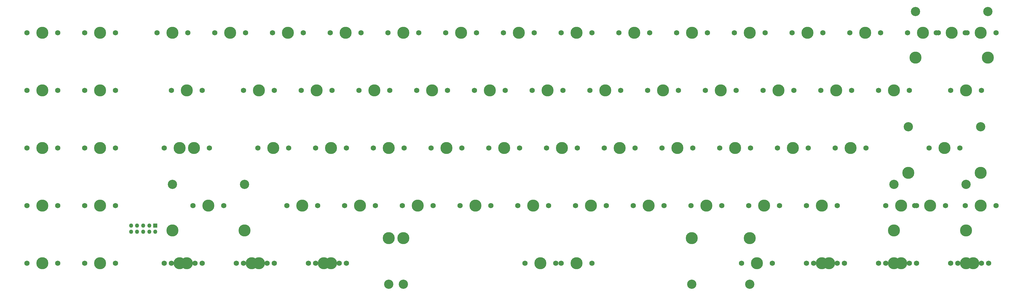
<source format=gbr>
%TF.GenerationSoftware,KiCad,Pcbnew,(6.0.7)*%
%TF.CreationDate,2022-08-26T18:50:00-04:00*%
%TF.ProjectId,thocc-master,74686f63-632d-46d6-9173-7465722e6b69,rev?*%
%TF.SameCoordinates,Original*%
%TF.FileFunction,Soldermask,Top*%
%TF.FilePolarity,Negative*%
%FSLAX46Y46*%
G04 Gerber Fmt 4.6, Leading zero omitted, Abs format (unit mm)*
G04 Created by KiCad (PCBNEW (6.0.7)) date 2022-08-26 18:50:00*
%MOMM*%
%LPD*%
G01*
G04 APERTURE LIST*
%ADD10C,3.987800*%
%ADD11C,3.048000*%
%ADD12C,1.750000*%
%ADD13R,1.350000X1.350000*%
%ADD14O,1.350000X1.350000*%
G04 APERTURE END LIST*
D10*
%TO.C,MX53*%
X259980750Y-147582000D03*
X236168250Y-147582000D03*
D11*
X259980750Y-132342000D03*
X236168250Y-132342000D03*
D12*
X253154500Y-139327000D03*
X242994500Y-139327000D03*
D10*
X248074500Y-139327000D03*
%TD*%
%TO.C,MX76*%
X426668250Y-150122000D03*
X312368250Y-150122000D03*
D11*
X426668250Y-165362000D03*
X312368250Y-165362000D03*
D12*
X374598250Y-158377000D03*
X364438250Y-158377000D03*
D10*
X369518250Y-158377000D03*
%TD*%
%TO.C,MX75*%
X407611900Y-150122000D03*
X307612100Y-150122000D03*
D11*
X407611900Y-165362000D03*
X307612100Y-165362000D03*
D12*
X362692000Y-158377000D03*
X352532000Y-158377000D03*
D10*
X357612000Y-158377000D03*
%TD*%
%TO.C,MX50*%
X502868250Y-128532000D03*
X479055750Y-128532000D03*
D11*
X502868250Y-113292000D03*
X479055750Y-113292000D03*
D12*
X496042000Y-120277000D03*
X485882000Y-120277000D03*
D10*
X490962000Y-120277000D03*
%TD*%
%TO.C,MX17*%
X505249500Y-90432000D03*
X481437000Y-90432000D03*
D11*
X505249500Y-75192000D03*
X481437000Y-75192000D03*
D12*
X498423250Y-82177000D03*
X488263250Y-82177000D03*
D10*
X493343250Y-82177000D03*
%TD*%
%TO.C,MX65*%
X498105750Y-147582000D03*
X474293250Y-147582000D03*
D11*
X498105750Y-132342000D03*
X474293250Y-132342000D03*
D12*
X491279500Y-139327000D03*
X481119500Y-139327000D03*
D10*
X486199500Y-139327000D03*
%TD*%
D12*
%TO.C,MX30*%
X422223250Y-101227000D03*
X412063250Y-101227000D03*
D10*
X417143250Y-101227000D03*
%TD*%
D12*
%TO.C,MX42*%
X321575750Y-120277000D03*
D10*
X326655750Y-120277000D03*
D12*
X331735750Y-120277000D03*
%TD*%
%TO.C,MX44*%
X359675750Y-120277000D03*
D10*
X364755750Y-120277000D03*
D12*
X369835750Y-120277000D03*
%TD*%
D10*
%TO.C,MX78*%
X450480750Y-158377000D03*
D12*
X445400750Y-158377000D03*
X455560750Y-158377000D03*
%TD*%
%TO.C,MX70*%
X246010750Y-158377000D03*
D10*
X240930750Y-158377000D03*
D12*
X235850750Y-158377000D03*
%TD*%
%TO.C,MX41*%
X312685750Y-120277000D03*
D10*
X307605750Y-120277000D03*
D12*
X302525750Y-120277000D03*
%TD*%
%TO.C,MX34*%
X503185750Y-101227000D03*
D10*
X498105750Y-101227000D03*
D12*
X493025750Y-101227000D03*
%TD*%
%TO.C,MX11*%
X393648250Y-82177000D03*
D10*
X388568250Y-82177000D03*
D12*
X383488250Y-82177000D03*
%TD*%
%TO.C,MX72*%
X259663250Y-158377000D03*
X269823250Y-158377000D03*
D10*
X264743250Y-158377000D03*
%TD*%
D12*
%TO.C,MX43*%
X350785750Y-120277000D03*
X340625750Y-120277000D03*
D10*
X345705750Y-120277000D03*
%TD*%
%TO.C,MX71*%
X262362000Y-158377000D03*
D12*
X257282000Y-158377000D03*
X267442000Y-158377000D03*
%TD*%
%TO.C,MX52*%
X217435750Y-139327000D03*
X207275750Y-139327000D03*
D10*
X212355750Y-139327000D03*
%TD*%
D12*
%TO.C,MX57*%
X331100750Y-139327000D03*
X341260750Y-139327000D03*
D10*
X336180750Y-139327000D03*
%TD*%
%TO.C,MX18*%
X502868250Y-82177000D03*
D12*
X507948250Y-82177000D03*
X497788250Y-82177000D03*
%TD*%
%TO.C,MX40*%
X293635750Y-120277000D03*
X283475750Y-120277000D03*
D10*
X288555750Y-120277000D03*
%TD*%
D12*
%TO.C,MX15*%
X469848250Y-82177000D03*
X459688250Y-82177000D03*
D10*
X464768250Y-82177000D03*
%TD*%
D12*
%TO.C,MX26*%
X346023250Y-101227000D03*
X335863250Y-101227000D03*
D10*
X340943250Y-101227000D03*
%TD*%
%TO.C,MX39*%
X269505750Y-120277000D03*
D12*
X274585750Y-120277000D03*
X264425750Y-120277000D03*
%TD*%
%TO.C,MX7*%
X317448250Y-82177000D03*
X307288250Y-82177000D03*
D10*
X312368250Y-82177000D03*
%TD*%
D12*
%TO.C,MX54*%
X284110750Y-139327000D03*
D10*
X279030750Y-139327000D03*
D12*
X273950750Y-139327000D03*
%TD*%
D10*
%TO.C,MX3*%
X236168250Y-82177000D03*
D12*
X231088250Y-82177000D03*
X241248250Y-82177000D03*
%TD*%
%TO.C,MX20*%
X207275750Y-101227000D03*
X217435750Y-101227000D03*
D10*
X212355750Y-101227000D03*
%TD*%
%TO.C,MX51*%
X193305750Y-139327000D03*
D12*
X198385750Y-139327000D03*
X188225750Y-139327000D03*
%TD*%
%TO.C,MX63*%
X445400750Y-139327000D03*
D10*
X450480750Y-139327000D03*
D12*
X455560750Y-139327000D03*
%TD*%
%TO.C,MX61*%
X407300750Y-139327000D03*
X417460750Y-139327000D03*
D10*
X412380750Y-139327000D03*
%TD*%
D12*
%TO.C,MX82*%
X493025750Y-158377000D03*
X503185750Y-158377000D03*
D10*
X498105750Y-158377000D03*
%TD*%
D12*
%TO.C,MX14*%
X450798250Y-82177000D03*
X440638250Y-82177000D03*
D10*
X445718250Y-82177000D03*
%TD*%
D12*
%TO.C,MX49*%
X465085750Y-120277000D03*
D10*
X460005750Y-120277000D03*
D12*
X454925750Y-120277000D03*
%TD*%
D10*
%TO.C,MX2*%
X212355750Y-82177000D03*
D12*
X217435750Y-82177000D03*
X207275750Y-82177000D03*
%TD*%
D10*
%TO.C,MX36*%
X212355750Y-120277000D03*
D12*
X207275750Y-120277000D03*
X217435750Y-120277000D03*
%TD*%
%TO.C,MX64*%
X481754500Y-139327000D03*
X471594500Y-139327000D03*
D10*
X476674500Y-139327000D03*
%TD*%
%TO.C,MX47*%
X421905750Y-120277000D03*
D12*
X416825750Y-120277000D03*
X426985750Y-120277000D03*
%TD*%
%TO.C,MX56*%
X322210750Y-139327000D03*
D10*
X317130750Y-139327000D03*
D12*
X312050750Y-139327000D03*
%TD*%
%TO.C,MX83*%
X495407000Y-158377000D03*
D10*
X500487000Y-158377000D03*
D12*
X505567000Y-158377000D03*
%TD*%
%TO.C,MX8*%
X336498250Y-82177000D03*
X326338250Y-82177000D03*
D10*
X331418250Y-82177000D03*
%TD*%
%TO.C,MX13*%
X426668250Y-82177000D03*
D12*
X431748250Y-82177000D03*
X421588250Y-82177000D03*
%TD*%
%TO.C,MX80*%
X469213250Y-158377000D03*
X479373250Y-158377000D03*
D10*
X474293250Y-158377000D03*
%TD*%
%TO.C,MX1*%
X193305750Y-82177000D03*
D12*
X188225750Y-82177000D03*
X198385750Y-82177000D03*
%TD*%
%TO.C,MX62*%
X426350750Y-139327000D03*
D10*
X431430750Y-139327000D03*
D12*
X436510750Y-139327000D03*
%TD*%
D10*
%TO.C,MX33*%
X474293250Y-101227000D03*
D12*
X469213250Y-101227000D03*
X479373250Y-101227000D03*
%TD*%
%TO.C,MX58*%
X360310750Y-139327000D03*
D10*
X355230750Y-139327000D03*
D12*
X350150750Y-139327000D03*
%TD*%
%TO.C,MX31*%
X441273250Y-101227000D03*
D10*
X436193250Y-101227000D03*
D12*
X431113250Y-101227000D03*
%TD*%
D10*
%TO.C,MX29*%
X398093250Y-101227000D03*
D12*
X393013250Y-101227000D03*
X403173250Y-101227000D03*
%TD*%
D10*
%TO.C,MX6*%
X293318250Y-82177000D03*
D12*
X298398250Y-82177000D03*
X288238250Y-82177000D03*
%TD*%
%TO.C,MX35*%
X198385750Y-120277000D03*
D10*
X193305750Y-120277000D03*
D12*
X188225750Y-120277000D03*
%TD*%
D10*
%TO.C,MX48*%
X440955750Y-120277000D03*
D12*
X435875750Y-120277000D03*
X446035750Y-120277000D03*
%TD*%
D10*
%TO.C,MX79*%
X452862000Y-158377000D03*
D12*
X447782000Y-158377000D03*
X457942000Y-158377000D03*
%TD*%
%TO.C,MX66*%
X497788250Y-139327000D03*
X507948250Y-139327000D03*
D10*
X502868250Y-139327000D03*
%TD*%
%TO.C,MX12*%
X407618250Y-82177000D03*
D12*
X412698250Y-82177000D03*
X402538250Y-82177000D03*
%TD*%
%TO.C,MX28*%
X384123250Y-101227000D03*
X373963250Y-101227000D03*
D10*
X379043250Y-101227000D03*
%TD*%
D12*
%TO.C,MX37*%
X243629500Y-120277000D03*
D10*
X238549500Y-120277000D03*
D12*
X233469500Y-120277000D03*
%TD*%
D10*
%TO.C,MX59*%
X374280750Y-139327000D03*
D12*
X369200750Y-139327000D03*
X379360750Y-139327000D03*
%TD*%
D10*
%TO.C,MX81*%
X476674500Y-158377000D03*
D12*
X481754500Y-158377000D03*
X471594500Y-158377000D03*
%TD*%
%TO.C,MX45*%
X388885750Y-120277000D03*
X378725750Y-120277000D03*
D10*
X383805750Y-120277000D03*
%TD*%
D12*
%TO.C,MX55*%
X303160750Y-139327000D03*
X293000750Y-139327000D03*
D10*
X298080750Y-139327000D03*
%TD*%
%TO.C,MX25*%
X321893250Y-101227000D03*
D12*
X326973250Y-101227000D03*
X316813250Y-101227000D03*
%TD*%
%TO.C,MX4*%
X260298250Y-82177000D03*
X250138250Y-82177000D03*
D10*
X255218250Y-82177000D03*
%TD*%
D12*
%TO.C,MX69*%
X243629500Y-158377000D03*
D10*
X238549500Y-158377000D03*
D12*
X233469500Y-158377000D03*
%TD*%
%TO.C,MX32*%
X460323250Y-101227000D03*
D10*
X455243250Y-101227000D03*
D12*
X450163250Y-101227000D03*
%TD*%
D10*
%TO.C,MX9*%
X350468250Y-82177000D03*
D12*
X355548250Y-82177000D03*
X345388250Y-82177000D03*
%TD*%
%TO.C,MX73*%
X291254500Y-158377000D03*
D10*
X286174500Y-158377000D03*
D12*
X281094500Y-158377000D03*
%TD*%
%TO.C,MX27*%
X365073250Y-101227000D03*
X354913250Y-101227000D03*
D10*
X359993250Y-101227000D03*
%TD*%
%TO.C,MX74*%
X288555750Y-158377000D03*
D12*
X283475750Y-158377000D03*
X293635750Y-158377000D03*
%TD*%
%TO.C,MX46*%
X407935750Y-120277000D03*
X397775750Y-120277000D03*
D10*
X402855750Y-120277000D03*
%TD*%
D12*
%TO.C,MX19*%
X198385750Y-101227000D03*
X188225750Y-101227000D03*
D10*
X193305750Y-101227000D03*
%TD*%
D12*
%TO.C,MX24*%
X297763250Y-101227000D03*
X307923250Y-101227000D03*
D10*
X302843250Y-101227000D03*
%TD*%
D12*
%TO.C,MX23*%
X278713250Y-101227000D03*
D10*
X283793250Y-101227000D03*
D12*
X288873250Y-101227000D03*
%TD*%
%TO.C,MX77*%
X434129500Y-158377000D03*
X423969500Y-158377000D03*
D10*
X429049500Y-158377000D03*
%TD*%
%TO.C,MX10*%
X369518250Y-82177000D03*
D12*
X364438250Y-82177000D03*
X374598250Y-82177000D03*
%TD*%
%TO.C,MX5*%
X269188250Y-82177000D03*
D10*
X274268250Y-82177000D03*
D12*
X279348250Y-82177000D03*
%TD*%
D10*
%TO.C,MX21*%
X240930750Y-101227000D03*
D12*
X246010750Y-101227000D03*
X235850750Y-101227000D03*
%TD*%
D10*
%TO.C,MX67*%
X193305750Y-158377000D03*
D12*
X188225750Y-158377000D03*
X198385750Y-158377000D03*
%TD*%
D10*
%TO.C,MX38*%
X243312000Y-120277000D03*
D12*
X248392000Y-120277000D03*
X238232000Y-120277000D03*
%TD*%
D10*
%TO.C,MX60*%
X393330750Y-139327000D03*
D12*
X388250750Y-139327000D03*
X398410750Y-139327000D03*
%TD*%
%TO.C,MX68*%
X217435750Y-158377000D03*
X207275750Y-158377000D03*
D10*
X212355750Y-158377000D03*
%TD*%
D12*
%TO.C,MX22*%
X269823250Y-101227000D03*
X259663250Y-101227000D03*
D10*
X264743250Y-101227000D03*
%TD*%
D12*
%TO.C,MX16*%
X488898250Y-82177000D03*
X478738250Y-82177000D03*
D10*
X483818250Y-82177000D03*
%TD*%
D13*
%TO.C,J2*%
X230550000Y-145950000D03*
D14*
X230550000Y-147950000D03*
X228550000Y-145950000D03*
X228550000Y-147950000D03*
X226550000Y-145950000D03*
X226550000Y-147950000D03*
X224550000Y-145950000D03*
X224550000Y-147950000D03*
X222550000Y-145950000D03*
X222550000Y-147950000D03*
%TD*%
M02*

</source>
